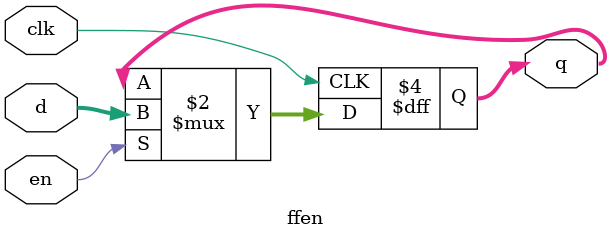
<source format=sv>
module ffen #(
    parameter WIDTH = 8
) (
    input  logic             clk,
    input  logic [WIDTH-1:0] d,
    input  logic             en,
    output logic [WIDTH-1:0] q
);

  always_ff @(posedge clk) if (en) q <= d;
endmodule

</source>
